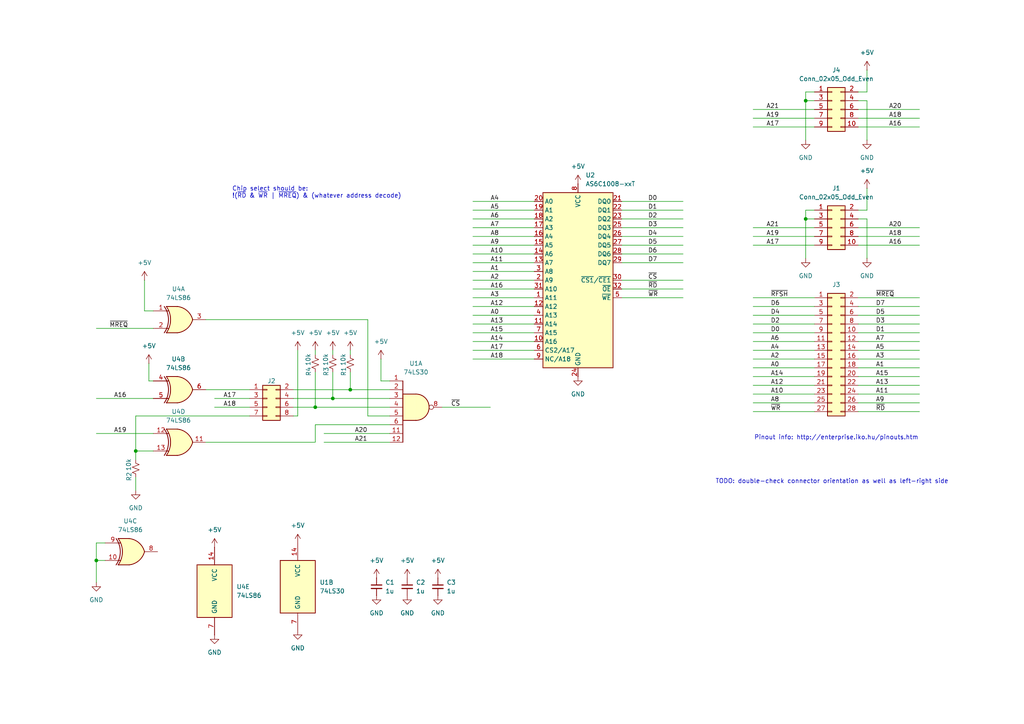
<source format=kicad_sch>
(kicad_sch (version 20231120) (generator "eeschema") (generator_version "8.0")
  (paper "A4")
  (lib_symbols
    (symbol "74xx:74LS30" (pin_names (offset 1.016))
      (property "Reference" "U" (at 0 1.27 0))
      (property "Value" "74LS30" (at 0 -1.27 0))
      (symbol "74LS30_1_1"
        (arc (start 0 -3.81) (mid 3.7934 0) (end 0 3.81) (stroke (width 0.254)) (fill (type background)))
        (polyline (pts (xy -3.81 7.62) (xy -3.81 -10.16)) (stroke (width 0.254)))
        (polyline (pts (xy 0 3.81) (xy -3.81 3.81) (xy -3.81 -3.81) (xy 0 -3.81)) (stroke (width 0.254)) (fill (type background)))
        (pin input line (at -7.62 7.62 0) (length 3.81) (name "~") (number "1"))
        (pin input line (at -7.62 -7.62 0) (length 3.81) (name "~") (number "11"))
        (pin input line (at -7.62 -10.16 0) (length 3.81) (name "~") (number "12"))
        (pin input line (at -7.62 5.08 0) (length 3.81) (name "~") (number "2"))
        (pin input line (at -7.62 2.54 0) (length 3.81) (name "~") (number "3"))
        (pin input line (at -7.62 0 0) (length 3.81) (name "~") (number "4"))
        (pin input line (at -7.62 -2.54 0) (length 3.81) (name "~") (number "5"))
        (pin input line (at -7.62 -5.08 0) (length 3.81) (name "~") (number "6"))
        (pin output inverted (at 7.62 0 180) (length 3.81) (name "~") (number "8"))
      )
      (symbol "74LS30_1_2"
        (arc (start -3.81 -3.81) (mid -2.589 0) (end -3.81 3.81) (stroke (width 0.254)))
        (arc (start -0.6096 -3.81) (mid 2.1842 -2.5851) (end 3.81 0) (stroke (width 0.254)) (fill (type background)))
        (polyline (pts (xy -3.81 -3.81) (xy -3.81 -10.16)) (stroke (width 0.254)))
        (polyline (pts (xy -3.81 -3.81) (xy -0.635 -3.81)) (stroke (width 0.254)) (fill (type background)))
        (polyline (pts (xy -3.81 3.81) (xy -0.635 3.81)) (stroke (width 0.254)) (fill (type background)))
        (polyline (pts (xy -3.81 7.62) (xy -3.81 3.81)) (stroke (width 0.254)))
        (polyline (pts (xy -0.635 3.81) (xy -3.81 3.81) (xy -3.81 3.81) (xy -3.556 3.4036) (xy -3.0226 2.2606) (xy -2.6924 1.0414) (xy -2.6162 -0.254) (xy -2.7686 -1.4986) (xy -3.175 -2.7178) (xy -3.81 -3.81) (xy -3.81 -3.81) (xy -0.635 -3.81)) (stroke (width -25.4)) (fill (type background)))
        (arc (start 3.81 0) (mid 2.1915 2.5936) (end -0.6096 3.81) (stroke (width 0.254)) (fill (type background)))
        (pin input inverted (at -7.62 7.62 0) (length 3.81) (name "~") (number "1"))
        (pin input inverted (at -7.62 -7.62 0) (length 3.81) (name "~") (number "11"))
        (pin input inverted (at -7.62 -10.16 0) (length 3.81) (name "~") (number "12"))
        (pin input inverted (at -7.62 5.08 0) (length 3.81) (name "~") (number "2"))
        (pin input inverted (at -7.62 2.54 0) (length 4.5466) (name "~") (number "3"))
        (pin input inverted (at -7.62 0 0) (length 5.08) (name "~") (number "4"))
        (pin input inverted (at -7.62 -2.54 0) (length 4.5466) (name "~") (number "5"))
        (pin input inverted (at -7.62 -5.08 0) (length 3.81) (name "~") (number "6"))
        (pin output line (at 7.62 0 180) (length 3.81) (name "~") (number "8"))
      )
      (symbol "74LS30_2_0"
        (pin power_in line (at 0 12.7 270) (length 5.08) (name "VCC") (number "14"))
        (pin power_in line (at 0 -12.7 90) (length 5.08) (name "GND") (number "7"))
      )
      (symbol "74LS30_2_1"
        (rectangle (start -5.08 7.62) (end 5.08 -7.62) (stroke (width 0.254)) (fill (type background)))
      )
    )
    (symbol "74xx:74LS86" (pin_names (offset 1.016))
      (property "Reference" "U" (at 0 1.27 0))
      (property "Value" "74LS86" (at 0 -1.27 0))
      (symbol "74LS86_1_0"
        (arc (start -4.4196 -3.81) (mid -3.2033 0) (end -4.4196 3.81) (stroke (width 0.254)))
        (arc (start -3.81 -3.81) (mid -2.589 0) (end -3.81 3.81) (stroke (width 0.254)))
        (arc (start -0.6096 -3.81) (mid 2.1842 -2.5851) (end 3.81 0) (stroke (width 0.254)) (fill (type background)))
        (polyline (pts (xy -3.81 -3.81) (xy -0.635 -3.81)) (stroke (width 0.254)) (fill (type background)))
        (polyline (pts (xy -3.81 3.81) (xy -0.635 3.81)) (stroke (width 0.254)) (fill (type background)))
        (polyline (pts (xy -0.635 3.81) (xy -3.81 3.81) (xy -3.81 3.81) (xy -3.556 3.4036) (xy -3.0226 2.2606) (xy -2.6924 1.0414) (xy -2.6162 -0.254) (xy -2.7686 -1.4986) (xy -3.175 -2.7178) (xy -3.81 -3.81) (xy -3.81 -3.81) (xy -0.635 -3.81)) (stroke (width -25.4)) (fill (type background)))
        (arc (start 3.81 0) (mid 2.1915 2.5936) (end -0.6096 3.81) (stroke (width 0.254)) (fill (type background)))
        (pin input line (at -7.62 2.54 0) (length 4.445) (name "~") (number "1"))
        (pin input line (at -7.62 -2.54 0) (length 4.445) (name "~") (number "2"))
        (pin output line (at 7.62 0 180) (length 3.81) (name "~") (number "3"))
      )
      (symbol "74LS86_1_1"
        (polyline (pts (xy -3.81 -2.54) (xy -3.175 -2.54)) (stroke (width 0.1524)))
        (polyline (pts (xy -3.81 2.54) (xy -3.175 2.54)) (stroke (width 0.1524)))
      )
      (symbol "74LS86_2_0"
        (arc (start -4.4196 -3.81) (mid -3.2033 0) (end -4.4196 3.81) (stroke (width 0.254)))
        (arc (start -3.81 -3.81) (mid -2.589 0) (end -3.81 3.81) (stroke (width 0.254)))
        (arc (start -0.6096 -3.81) (mid 2.1842 -2.5851) (end 3.81 0) (stroke (width 0.254)) (fill (type background)))
        (polyline (pts (xy -3.81 -3.81) (xy -0.635 -3.81)) (stroke (width 0.254)) (fill (type background)))
        (polyline (pts (xy -3.81 3.81) (xy -0.635 3.81)) (stroke (width 0.254)) (fill (type background)))
        (polyline (pts (xy -0.635 3.81) (xy -3.81 3.81) (xy -3.81 3.81) (xy -3.556 3.4036) (xy -3.0226 2.2606) (xy -2.6924 1.0414) (xy -2.6162 -0.254) (xy -2.7686 -1.4986) (xy -3.175 -2.7178) (xy -3.81 -3.81) (xy -3.81 -3.81) (xy -0.635 -3.81)) (stroke (width -25.4)) (fill (type background)))
        (arc (start 3.81 0) (mid 2.1915 2.5936) (end -0.6096 3.81) (stroke (width 0.254)) (fill (type background)))
        (pin input line (at -7.62 2.54 0) (length 4.445) (name "~") (number "4"))
        (pin input line (at -7.62 -2.54 0) (length 4.445) (name "~") (number "5"))
        (pin output line (at 7.62 0 180) (length 3.81) (name "~") (number "6"))
      )
      (symbol "74LS86_2_1"
        (polyline (pts (xy -3.81 -2.54) (xy -3.175 -2.54)) (stroke (width 0.1524)))
        (polyline (pts (xy -3.81 2.54) (xy -3.175 2.54)) (stroke (width 0.1524)))
      )
      (symbol "74LS86_3_0"
        (arc (start -4.4196 -3.81) (mid -3.2033 0) (end -4.4196 3.81) (stroke (width 0.254)))
        (arc (start -3.81 -3.81) (mid -2.589 0) (end -3.81 3.81) (stroke (width 0.254)))
        (arc (start -0.6096 -3.81) (mid 2.1842 -2.5851) (end 3.81 0) (stroke (width 0.254)) (fill (type background)))
        (polyline (pts (xy -3.81 -3.81) (xy -0.635 -3.81)) (stroke (width 0.254)) (fill (type background)))
        (polyline (pts (xy -3.81 3.81) (xy -0.635 3.81)) (stroke (width 0.254)) (fill (type background)))
        (polyline (pts (xy -0.635 3.81) (xy -3.81 3.81) (xy -3.81 3.81) (xy -3.556 3.4036) (xy -3.0226 2.2606) (xy -2.6924 1.0414) (xy -2.6162 -0.254) (xy -2.7686 -1.4986) (xy -3.175 -2.7178) (xy -3.81 -3.81) (xy -3.81 -3.81) (xy -0.635 -3.81)) (stroke (width -25.4)) (fill (type background)))
        (arc (start 3.81 0) (mid 2.1915 2.5936) (end -0.6096 3.81) (stroke (width 0.254)) (fill (type background)))
        (pin input line (at -7.62 -2.54 0) (length 4.445) (name "~") (number "10"))
        (pin output line (at 7.62 0 180) (length 3.81) (name "~") (number "8"))
        (pin input line (at -7.62 2.54 0) (length 4.445) (name "~") (number "9"))
      )
      (symbol "74LS86_3_1"
        (polyline (pts (xy -3.81 -2.54) (xy -3.175 -2.54)) (stroke (width 0.1524)))
        (polyline (pts (xy -3.81 2.54) (xy -3.175 2.54)) (stroke (width 0.1524)))
      )
      (symbol "74LS86_4_0"
        (arc (start -4.4196 -3.81) (mid -3.2033 0) (end -4.4196 3.81) (stroke (width 0.254)))
        (arc (start -3.81 -3.81) (mid -2.589 0) (end -3.81 3.81) (stroke (width 0.254)))
        (arc (start -0.6096 -3.81) (mid 2.1842 -2.5851) (end 3.81 0) (stroke (width 0.254)) (fill (type background)))
        (polyline (pts (xy -3.81 -3.81) (xy -0.635 -3.81)) (stroke (width 0.254)) (fill (type background)))
        (polyline (pts (xy -3.81 3.81) (xy -0.635 3.81)) (stroke (width 0.254)) (fill (type background)))
        (polyline (pts (xy -0.635 3.81) (xy -3.81 3.81) (xy -3.81 3.81) (xy -3.556 3.4036) (xy -3.0226 2.2606) (xy -2.6924 1.0414) (xy -2.6162 -0.254) (xy -2.7686 -1.4986) (xy -3.175 -2.7178) (xy -3.81 -3.81) (xy -3.81 -3.81) (xy -0.635 -3.81)) (stroke (width -25.4)) (fill (type background)))
        (arc (start 3.81 0) (mid 2.1915 2.5936) (end -0.6096 3.81) (stroke (width 0.254)) (fill (type background)))
        (pin output line (at 7.62 0 180) (length 3.81) (name "~") (number "11"))
        (pin input line (at -7.62 2.54 0) (length 4.445) (name "~") (number "12"))
        (pin input line (at -7.62 -2.54 0) (length 4.445) (name "~") (number "13"))
      )
      (symbol "74LS86_4_1"
        (polyline (pts (xy -3.81 -2.54) (xy -3.175 -2.54)) (stroke (width 0.1524)))
        (polyline (pts (xy -3.81 2.54) (xy -3.175 2.54)) (stroke (width 0.1524)))
      )
      (symbol "74LS86_5_0"
        (pin power_in line (at 0 12.7 270) (length 5.08) (name "VCC") (number "14"))
        (pin power_in line (at 0 -12.7 90) (length 5.08) (name "GND") (number "7"))
      )
      (symbol "74LS86_5_1"
        (rectangle (start -5.08 7.62) (end 5.08 -7.62) (stroke (width 0.254)) (fill (type background)))
      )
    )
    (symbol "Connector_Generic:Conn_02x04_Odd_Even" (pin_names (offset 1.016) hide)
      (property "Reference" "J" (at 1.27 5.08 0))
      (property "Value" "Conn_02x04_Odd_Even" (at 1.27 -7.62 0))
      (symbol "Conn_02x04_Odd_Even_1_1"
        (rectangle (start -1.27 -4.953) (end 0 -5.207) (stroke (width 0.1524)))
        (rectangle (start -1.27 -2.413) (end 0 -2.667) (stroke (width 0.1524)))
        (rectangle (start -1.27 0.127) (end 0 -0.127) (stroke (width 0.1524)))
        (rectangle (start -1.27 2.667) (end 0 2.413) (stroke (width 0.1524)))
        (rectangle (start -1.27 3.81) (end 3.81 -6.35) (stroke (width 0.254)) (fill (type background)))
        (rectangle (start 3.81 -4.953) (end 2.54 -5.207) (stroke (width 0.1524)))
        (rectangle (start 3.81 -2.413) (end 2.54 -2.667) (stroke (width 0.1524)))
        (rectangle (start 3.81 0.127) (end 2.54 -0.127) (stroke (width 0.1524)))
        (rectangle (start 3.81 2.667) (end 2.54 2.413) (stroke (width 0.1524)))
        (pin passive line (at -5.08 2.54 0) (length 3.81) (name "Pin_1") (number "1"))
        (pin passive line (at 7.62 2.54 180) (length 3.81) (name "Pin_2") (number "2"))
        (pin passive line (at -5.08 0 0) (length 3.81) (name "Pin_3") (number "3"))
        (pin passive line (at 7.62 0 180) (length 3.81) (name "Pin_4") (number "4"))
        (pin passive line (at -5.08 -2.54 0) (length 3.81) (name "Pin_5") (number "5"))
        (pin passive line (at 7.62 -2.54 180) (length 3.81) (name "Pin_6") (number "6"))
        (pin passive line (at -5.08 -5.08 0) (length 3.81) (name "Pin_7") (number "7"))
        (pin passive line (at 7.62 -5.08 180) (length 3.81) (name "Pin_8") (number "8"))
      )
    )
    (symbol "Connector_Generic:Conn_02x05_Odd_Even" (pin_names (offset 1.016) hide)
      (property "Reference" "J" (at 1.27 7.62 0))
      (property "Value" "Conn_02x05_Odd_Even" (at 1.27 -7.62 0))
      (symbol "Conn_02x05_Odd_Even_1_1"
        (rectangle (start -1.27 -4.953) (end 0 -5.207) (stroke (width 0.1524)))
        (rectangle (start -1.27 -2.413) (end 0 -2.667) (stroke (width 0.1524)))
        (rectangle (start -1.27 0.127) (end 0 -0.127) (stroke (width 0.1524)))
        (rectangle (start -1.27 2.667) (end 0 2.413) (stroke (width 0.1524)))
        (rectangle (start -1.27 5.207) (end 0 4.953) (stroke (width 0.1524)))
        (rectangle (start -1.27 6.35) (end 3.81 -6.35) (stroke (width 0.254)) (fill (type background)))
        (rectangle (start 3.81 -4.953) (end 2.54 -5.207) (stroke (width 0.1524)))
        (rectangle (start 3.81 -2.413) (end 2.54 -2.667) (stroke (width 0.1524)))
        (rectangle (start 3.81 0.127) (end 2.54 -0.127) (stroke (width 0.1524)))
        (rectangle (start 3.81 2.667) (end 2.54 2.413) (stroke (width 0.1524)))
        (rectangle (start 3.81 5.207) (end 2.54 4.953) (stroke (width 0.1524)))
        (pin passive line (at -5.08 5.08 0) (length 3.81) (name "Pin_1") (number "1"))
        (pin passive line (at 7.62 -5.08 180) (length 3.81) (name "Pin_10") (number "10"))
        (pin passive line (at 7.62 5.08 180) (length 3.81) (name "Pin_2") (number "2"))
        (pin passive line (at -5.08 2.54 0) (length 3.81) (name "Pin_3") (number "3"))
        (pin passive line (at 7.62 2.54 180) (length 3.81) (name "Pin_4") (number "4"))
        (pin passive line (at -5.08 0 0) (length 3.81) (name "Pin_5") (number "5"))
        (pin passive line (at 7.62 0 180) (length 3.81) (name "Pin_6") (number "6"))
        (pin passive line (at -5.08 -2.54 0) (length 3.81) (name "Pin_7") (number "7"))
        (pin passive line (at 7.62 -2.54 180) (length 3.81) (name "Pin_8") (number "8"))
        (pin passive line (at -5.08 -5.08 0) (length 3.81) (name "Pin_9") (number "9"))
      )
    )
    (symbol "Connector_Generic:Conn_02x14_Odd_Even" (pin_names (offset 1.016) hide)
      (property "Reference" "J" (at 1.27 17.78 0))
      (property "Value" "Conn_02x14_Odd_Even" (at 1.27 -20.32 0))
      (symbol "Conn_02x14_Odd_Even_1_1"
        (rectangle (start -1.27 -17.653) (end 0 -17.907) (stroke (width 0.1524)))
        (rectangle (start -1.27 -15.113) (end 0 -15.367) (stroke (width 0.1524)))
        (rectangle (start -1.27 -12.573) (end 0 -12.827) (stroke (width 0.1524)))
        (rectangle (start -1.27 -10.033) (end 0 -10.287) (stroke (width 0.1524)))
        (rectangle (start -1.27 -7.493) (end 0 -7.747) (stroke (width 0.1524)))
        (rectangle (start -1.27 -4.953) (end 0 -5.207) (stroke (width 0.1524)))
        (rectangle (start -1.27 -2.413) (end 0 -2.667) (stroke (width 0.1524)))
        (rectangle (start -1.27 0.127) (end 0 -0.127) (stroke (width 0.1524)))
        (rectangle (start -1.27 2.667) (end 0 2.413) (stroke (width 0.1524)))
        (rectangle (start -1.27 5.207) (end 0 4.953) (stroke (width 0.1524)))
        (rectangle (start -1.27 7.747) (end 0 7.493) (stroke (width 0.1524)))
        (rectangle (start -1.27 10.287) (end 0 10.033) (stroke (width 0.1524)))
        (rectangle (start -1.27 12.827) (end 0 12.573) (stroke (width 0.1524)))
        (rectangle (start -1.27 15.367) (end 0 15.113) (stroke (width 0.1524)))
        (rectangle (start -1.27 16.51) (end 3.81 -19.05) (stroke (width 0.254)) (fill (type background)))
        (rectangle (start 3.81 -17.653) (end 2.54 -17.907) (stroke (width 0.1524)))
        (rectangle (start 3.81 -15.113) (end 2.54 -15.367) (stroke (width 0.1524)))
        (rectangle (start 3.81 -12.573) (end 2.54 -12.827) (stroke (width 0.1524)))
        (rectangle (start 3.81 -10.033) (end 2.54 -10.287) (stroke (width 0.1524)))
        (rectangle (start 3.81 -7.493) (end 2.54 -7.747) (stroke (width 0.1524)))
        (rectangle (start 3.81 -4.953) (end 2.54 -5.207) (stroke (width 0.1524)))
        (rectangle (start 3.81 -2.413) (end 2.54 -2.667) (stroke (width 0.1524)))
        (rectangle (start 3.81 0.127) (end 2.54 -0.127) (stroke (width 0.1524)))
        (rectangle (start 3.81 2.667) (end 2.54 2.413) (stroke (width 0.1524)))
        (rectangle (start 3.81 5.207) (end 2.54 4.953) (stroke (width 0.1524)))
        (rectangle (start 3.81 7.747) (end 2.54 7.493) (stroke (width 0.1524)))
        (rectangle (start 3.81 10.287) (end 2.54 10.033) (stroke (width 0.1524)))
        (rectangle (start 3.81 12.827) (end 2.54 12.573) (stroke (width 0.1524)))
        (rectangle (start 3.81 15.367) (end 2.54 15.113) (stroke (width 0.1524)))
        (pin passive line (at -5.08 15.24 0) (length 3.81) (name "Pin_1") (number "1"))
        (pin passive line (at 7.62 5.08 180) (length 3.81) (name "Pin_10") (number "10"))
        (pin passive line (at -5.08 2.54 0) (length 3.81) (name "Pin_11") (number "11"))
        (pin passive line (at 7.62 2.54 180) (length 3.81) (name "Pin_12") (number "12"))
        (pin passive line (at -5.08 0 0) (length 3.81) (name "Pin_13") (number "13"))
        (pin passive line (at 7.62 0 180) (length 3.81) (name "Pin_14") (number "14"))
        (pin passive line (at -5.08 -2.54 0) (length 3.81) (name "Pin_15") (number "15"))
        (pin passive line (at 7.62 -2.54 180) (length 3.81) (name "Pin_16") (number "16"))
        (pin passive line (at -5.08 -5.08 0) (length 3.81) (name "Pin_17") (number "17"))
        (pin passive line (at 7.62 -5.08 180) (length 3.81) (name "Pin_18") (number "18"))
        (pin passive line (at -5.08 -7.62 0) (length 3.81) (name "Pin_19") (number "19"))
        (pin passive line (at 7.62 15.24 180) (length 3.81) (name "Pin_2") (number "2"))
        (pin passive line (at 7.62 -7.62 180) (length 3.81) (name "Pin_20") (number "20"))
        (pin passive line (at -5.08 -10.16 0) (length 3.81) (name "Pin_21") (number "21"))
        (pin passive line (at 7.62 -10.16 180) (length 3.81) (name "Pin_22") (number "22"))
        (pin passive line (at -5.08 -12.7 0) (length 3.81) (name "Pin_23") (number "23"))
        (pin passive line (at 7.62 -12.7 180) (length 3.81) (name "Pin_24") (number "24"))
        (pin passive line (at -5.08 -15.24 0) (length 3.81) (name "Pin_25") (number "25"))
        (pin passive line (at 7.62 -15.24 180) (length 3.81) (name "Pin_26") (number "26"))
        (pin passive line (at -5.08 -17.78 0) (length 3.81) (name "Pin_27") (number "27"))
        (pin passive line (at 7.62 -17.78 180) (length 3.81) (name "Pin_28") (number "28"))
        (pin passive line (at -5.08 12.7 0) (length 3.81) (name "Pin_3") (number "3"))
        (pin passive line (at 7.62 12.7 180) (length 3.81) (name "Pin_4") (number "4"))
        (pin passive line (at -5.08 10.16 0) (length 3.81) (name "Pin_5") (number "5"))
        (pin passive line (at 7.62 10.16 180) (length 3.81) (name "Pin_6") (number "6"))
        (pin passive line (at -5.08 7.62 0) (length 3.81) (name "Pin_7") (number "7"))
        (pin passive line (at 7.62 7.62 180) (length 3.81) (name "Pin_8") (number "8"))
        (pin passive line (at -5.08 5.08 0) (length 3.81) (name "Pin_9") (number "9"))
      )
    )
    (symbol "Device:C_Small" (pin_numbers hide) (pin_names (offset 0.254) hide)
      (property "Reference" "C" (at 0.254 1.778 0))
      (property "Value" "C_Small" (at 0.254 -2.032 0))
      (symbol "C_Small_0_1"
        (polyline (pts (xy -1.524 -0.508) (xy 1.524 -0.508)) (stroke (width 0.3302)))
        (polyline (pts (xy -1.524 0.508) (xy 1.524 0.508)) (stroke (width 0.3048)))
      )
      (symbol "C_Small_1_1"
        (pin passive line (at 0 2.54 270) (length 2.032) (name "~") (number "1"))
        (pin passive line (at 0 -2.54 90) (length 2.032) (name "~") (number "2"))
      )
    )
    (symbol "Device:R_Small_US" (pin_numbers hide) (pin_names (offset 0.254) hide)
      (property "Reference" "R" (at 0.762 0.508 0))
      (property "Value" "R_Small_US" (at 0.762 -1.016 0))
      (symbol "R_Small_US_1_1"
        (polyline (pts (xy 0 0) (xy 1.016 -0.381) (xy 0 -0.762) (xy -1.016 -1.143) (xy 0 -1.524)))
        (polyline (pts (xy 0 1.524) (xy 1.016 1.143) (xy 0 0.762) (xy -1.016 0.381) (xy 0 0)))
        (pin passive line (at 0 2.54 270) (length 1.016) (name "~") (number "1"))
        (pin passive line (at 0 -2.54 90) (length 1.016) (name "~") (number "2"))
      )
    )
    (symbol "mem_ext_board:AS6C4008-xxT"
      (property "Reference" "U" (at -10.16 26.035 0))
      (property "Value" "AS6C4008-xxT" (at 2.54 26.035 0))
      (symbol "AS6C4008-xxT_0_0"
        (pin power_in line (at 0 -27.94 90) (length 2.54) (name "GND") (number "24"))
        (pin power_in line (at 0 27.94 270) (length 2.54) (name "VCC") (number "8"))
      )
      (symbol "AS6C4008-xxT_0_1"
        (rectangle (start -10.16 25.4) (end 10.16 -25.4) (stroke (width 0.254)) (fill (type background)))
      )
      (symbol "AS6C4008-xxT_1_1"
        (pin input line (at -12.7 -5.08 0) (length 2.54) (name "A11") (number "1"))
        (pin input line (at -12.7 -17.78 0) (length 2.54) (name "A16") (number "10"))
        (pin input line (at -12.7 -12.7 0) (length 2.54) (name "A14") (number "11"))
        (pin input line (at -12.7 -7.62 0) (length 2.54) (name "A12") (number "12"))
        (pin input line (at -12.7 5.08 0) (length 2.54) (name "A7") (number "13"))
        (pin input line (at -12.7 7.62 0) (length 2.54) (name "A6") (number "14"))
        (pin input line (at -12.7 10.16 0) (length 2.54) (name "A5") (number "15"))
        (pin input line (at -12.7 12.7 0) (length 2.54) (name "A4") (number "16"))
        (pin input line (at -12.7 15.24 0) (length 2.54) (name "A3") (number "17"))
        (pin input line (at -12.7 17.78 0) (length 2.54) (name "A2") (number "18"))
        (pin input line (at -12.7 20.32 0) (length 2.54) (name "A1") (number "19"))
        (pin input line (at -12.7 0 0) (length 2.54) (name "A9") (number "2"))
        (pin input line (at -12.7 22.86 0) (length 2.54) (name "A0") (number "20"))
        (pin tri_state line (at 12.7 22.86 180) (length 2.54) (name "DQ0") (number "21"))
        (pin tri_state line (at 12.7 20.32 180) (length 2.54) (name "DQ1") (number "22"))
        (pin tri_state line (at 12.7 17.78 180) (length 2.54) (name "DQ2") (number "23"))
        (pin tri_state line (at 12.7 15.24 180) (length 2.54) (name "DQ3") (number "25"))
        (pin tri_state line (at 12.7 12.7 180) (length 2.54) (name "DQ4") (number "26"))
        (pin tri_state line (at 12.7 10.16 180) (length 2.54) (name "DQ5") (number "27"))
        (pin tri_state line (at 12.7 7.62 180) (length 2.54) (name "DQ6") (number "28"))
        (pin tri_state line (at 12.7 5.08 180) (length 2.54) (name "DQ7") (number "29"))
        (pin input line (at -12.7 2.54 0) (length 2.54) (name "A8") (number "3"))
        (pin input line (at 12.7 0 180) (length 2.54) (name "~{CS1}/~{CE1}") (number "30"))
        (pin input line (at -12.7 -2.54 0) (length 2.54) (name "A10") (number "31"))
        (pin input line (at 12.7 -2.54 180) (length 2.54) (name "~{OE}") (number "32"))
        (pin input line (at -12.7 -10.16 0) (length 2.54) (name "A13") (number "4"))
        (pin input line (at 12.7 -5.08 180) (length 2.54) (name "~{WE}") (number "5"))
        (pin input line (at -12.7 -20.32 0) (length 2.54) (name "CS2/A17") (number "6"))
        (pin input line (at -12.7 -15.24 0) (length 2.54) (name "A15") (number "7"))
        (pin input line (at -12.7 -22.86 0) (length 2.54) (name "NC/A18") (number "9"))
      )
    )
    (symbol "power:+5V" (power) (pin_numbers hide) (pin_names (offset 0) hide)
      (property "Value" "+5V" (at 0 3.556 0))
      (symbol "+5V_0_1"
        (polyline (pts (xy -0.762 1.27) (xy 0 2.54)))
        (polyline (pts (xy 0 0) (xy 0 2.54)))
        (polyline (pts (xy 0 2.54) (xy 0.762 1.27)))
      )
      (symbol "+5V_1_1"
        (pin power_in line (at 0 0 90) (length 0) (name "~") (number "1"))
      )
    )
    (symbol "power:GND" (power) (pin_numbers hide) (pin_names (offset 0) hide)
      (property "Value" "GND" (at 0 -3.81 0))
      (symbol "GND_0_1"
        (polyline (pts (xy 0 0) (xy 0 -1.27) (xy 1.27 -1.27) (xy 0 -2.54) (xy -1.27 -1.27) (xy 0 -1.27)))
      )
      (symbol "GND_1_1"
        (pin power_in line (at 0 0 270) (length 0) (name "~") (number "1"))
      )
    )
  )
  (junction (at 96.52 115.57))
  (junction (at 91.44 118.11))
  (junction (at 101.6 113.03))
  (junction (at 27.94 162.56))
  (junction (at 233.68 29.21))
  (junction (at 39.37 130.81))
  (junction (at 233.68 63.5))
  (wire (pts (xy 248.92 36.83) (xy 266.7 36.83)))
  (wire (pts (xy 180.34 76.2) (xy 198.12 76.2)))
  (wire (pts (xy 218.44 104.14) (xy 236.22 104.14)))
  (wire (pts (xy 85.09 113.03) (xy 101.6 113.03)))
  (wire (pts (xy 251.46 20.32) (xy 251.46 26.67)))
  (wire (pts (xy 128.27 118.11) (xy 142.24 118.11)))
  (wire (pts (xy 251.46 29.21) (xy 251.46 40.64)))
  (wire (pts (xy 233.68 29.21) (xy 236.22 29.21)))
  (wire (pts (xy 110.49 110.49) (xy 113.03 110.49)))
  (wire (pts (xy 137.16 91.44) (xy 154.94 91.44)))
  (wire (pts (xy 218.44 34.29) (xy 236.22 34.29)))
  (wire (pts (xy 218.44 99.06) (xy 236.22 99.06)))
  (wire (pts (xy 137.16 96.52) (xy 154.94 96.52)))
  (wire (pts (xy 218.44 114.3) (xy 236.22 114.3)))
  (wire (pts (xy 39.37 120.65) (xy 39.37 130.81)))
  (wire (pts (xy 248.92 116.84) (xy 266.7 116.84)))
  (wire (pts (xy 180.34 73.66) (xy 198.12 73.66)))
  (wire (pts (xy 137.16 93.98) (xy 154.94 93.98)))
  (wire (pts (xy 218.44 116.84) (xy 236.22 116.84)))
  (wire (pts (xy 96.52 101.6) (xy 96.52 102.87)))
  (wire (pts (xy 137.16 76.2) (xy 154.94 76.2)))
  (wire (pts (xy 218.44 111.76) (xy 236.22 111.76)))
  (wire (pts (xy 218.44 71.12) (xy 236.22 71.12)))
  (wire (pts (xy 137.16 101.6) (xy 154.94 101.6)))
  (wire (pts (xy 59.69 113.03) (xy 72.39 113.03)))
  (wire (pts (xy 27.94 157.48) (xy 27.94 162.56)))
  (wire (pts (xy 248.92 119.38) (xy 266.7 119.38)))
  (wire (pts (xy 96.52 107.95) (xy 96.52 115.57)))
  (wire (pts (xy 91.44 123.19) (xy 91.44 128.27)))
  (wire (pts (xy 248.92 88.9) (xy 266.7 88.9)))
  (wire (pts (xy 59.69 92.71) (xy 106.68 92.71)))
  (wire (pts (xy 27.94 162.56) (xy 27.94 168.91)))
  (wire (pts (xy 85.09 118.11) (xy 91.44 118.11)))
  (wire (pts (xy 39.37 130.81) (xy 44.45 130.81)))
  (wire (pts (xy 137.16 99.06) (xy 154.94 99.06)))
  (wire (pts (xy 137.16 60.96) (xy 154.94 60.96)))
  (wire (pts (xy 86.36 101.6) (xy 86.36 120.65)))
  (wire (pts (xy 218.44 31.75) (xy 236.22 31.75)))
  (wire (pts (xy 251.46 63.5) (xy 251.46 74.93)))
  (wire (pts (xy 233.68 63.5) (xy 236.22 63.5)))
  (wire (pts (xy 27.94 125.73) (xy 44.45 125.73)))
  (wire (pts (xy 137.16 88.9) (xy 154.94 88.9)))
  (wire (pts (xy 248.92 104.14) (xy 266.7 104.14)))
  (wire (pts (xy 180.34 71.12) (xy 198.12 71.12)))
  (wire (pts (xy 39.37 120.65) (xy 72.39 120.65)))
  (wire (pts (xy 27.94 162.56) (xy 30.48 162.56)))
  (wire (pts (xy 137.16 71.12) (xy 154.94 71.12)))
  (wire (pts (xy 110.49 104.14) (xy 110.49 110.49)))
  (wire (pts (xy 218.44 96.52) (xy 236.22 96.52)))
  (wire (pts (xy 43.18 105.41) (xy 43.18 110.49)))
  (wire (pts (xy 27.94 115.57) (xy 44.45 115.57)))
  (wire (pts (xy 248.92 34.29) (xy 266.7 34.29)))
  (wire (pts (xy 137.16 66.04) (xy 154.94 66.04)))
  (wire (pts (xy 137.16 81.28) (xy 154.94 81.28)))
  (wire (pts (xy 180.34 60.96) (xy 198.12 60.96)))
  (wire (pts (xy 248.92 26.67) (xy 251.46 26.67)))
  (wire (pts (xy 180.34 66.04) (xy 198.12 66.04)))
  (wire (pts (xy 248.92 99.06) (xy 266.7 99.06)))
  (wire (pts (xy 248.92 63.5) (xy 251.46 63.5)))
  (wire (pts (xy 251.46 54.61) (xy 251.46 60.96)))
  (wire (pts (xy 248.92 91.44) (xy 266.7 91.44)))
  (wire (pts (xy 39.37 138.43) (xy 39.37 142.24)))
  (wire (pts (xy 180.34 68.58) (xy 198.12 68.58)))
  (wire (pts (xy 101.6 101.6) (xy 101.6 102.87)))
  (wire (pts (xy 91.44 123.19) (xy 113.03 123.19)))
  (wire (pts (xy 248.92 106.68) (xy 266.7 106.68)))
  (wire (pts (xy 137.16 83.82) (xy 154.94 83.82)))
  (wire (pts (xy 248.92 96.52) (xy 266.7 96.52)))
  (wire (pts (xy 218.44 68.58) (xy 236.22 68.58)))
  (wire (pts (xy 218.44 106.68) (xy 236.22 106.68)))
  (wire (pts (xy 180.34 86.36) (xy 198.12 86.36)))
  (wire (pts (xy 27.94 95.25) (xy 44.45 95.25)))
  (wire (pts (xy 218.44 93.98) (xy 236.22 93.98)))
  (wire (pts (xy 30.48 157.48) (xy 27.94 157.48)))
  (wire (pts (xy 233.68 60.96) (xy 233.68 63.5)))
  (wire (pts (xy 41.91 81.28) (xy 41.91 90.17)))
  (wire (pts (xy 248.92 66.04) (xy 266.7 66.04)))
  (wire (pts (xy 218.44 66.04) (xy 236.22 66.04)))
  (wire (pts (xy 137.16 63.5) (xy 154.94 63.5)))
  (wire (pts (xy 218.44 88.9) (xy 236.22 88.9)))
  (wire (pts (xy 233.68 26.67) (xy 236.22 26.67)))
  (wire (pts (xy 137.16 68.58) (xy 154.94 68.58)))
  (wire (pts (xy 248.92 109.22) (xy 266.7 109.22)))
  (wire (pts (xy 93.98 125.73) (xy 113.03 125.73)))
  (wire (pts (xy 59.69 128.27) (xy 91.44 128.27)))
  (wire (pts (xy 96.52 115.57) (xy 113.03 115.57)))
  (wire (pts (xy 91.44 101.6) (xy 91.44 102.87)))
  (wire (pts (xy 85.09 115.57) (xy 96.52 115.57)))
  (wire (pts (xy 137.16 58.42) (xy 154.94 58.42)))
  (wire (pts (xy 62.23 115.57) (xy 72.39 115.57)))
  (wire (pts (xy 101.6 113.03) (xy 113.03 113.03)))
  (wire (pts (xy 248.92 60.96) (xy 251.46 60.96)))
  (wire (pts (xy 137.16 73.66) (xy 154.94 73.66)))
  (wire (pts (xy 180.34 58.42) (xy 198.12 58.42)))
  (wire (pts (xy 248.92 93.98) (xy 266.7 93.98)))
  (wire (pts (xy 248.92 31.75) (xy 266.7 31.75)))
  (wire (pts (xy 248.92 29.21) (xy 251.46 29.21)))
  (wire (pts (xy 248.92 68.58) (xy 266.7 68.58)))
  (wire (pts (xy 233.68 60.96) (xy 236.22 60.96)))
  (wire (pts (xy 137.16 78.74) (xy 154.94 78.74)))
  (wire (pts (xy 39.37 130.81) (xy 39.37 133.35)))
  (wire (pts (xy 62.23 118.11) (xy 72.39 118.11)))
  (wire (pts (xy 248.92 111.76) (xy 266.7 111.76)))
  (wire (pts (xy 218.44 91.44) (xy 236.22 91.44)))
  (wire (pts (xy 248.92 71.12) (xy 266.7 71.12)))
  (wire (pts (xy 218.44 119.38) (xy 236.22 119.38)))
  (wire (pts (xy 180.34 83.82) (xy 198.12 83.82)))
  (wire (pts (xy 101.6 107.95) (xy 101.6 113.03)))
  (wire (pts (xy 218.44 109.22) (xy 236.22 109.22)))
  (wire (pts (xy 106.68 120.65) (xy 113.03 120.65)))
  (wire (pts (xy 248.92 86.36) (xy 266.7 86.36)))
  (wire (pts (xy 106.68 92.71) (xy 106.68 120.65)))
  (wire (pts (xy 218.44 86.36) (xy 236.22 86.36)))
  (wire (pts (xy 218.44 101.6) (xy 236.22 101.6)))
  (wire (pts (xy 44.45 90.17) (xy 41.91 90.17)))
  (wire (pts (xy 44.45 110.49) (xy 43.18 110.49)))
  (wire (pts (xy 248.92 101.6) (xy 266.7 101.6)))
  (wire (pts (xy 233.68 29.21) (xy 233.68 40.64)))
  (wire (pts (xy 180.34 63.5) (xy 198.12 63.5)))
  (wire (pts (xy 85.09 120.65) (xy 86.36 120.65)))
  (wire (pts (xy 233.68 26.67) (xy 233.68 29.21)))
  (wire (pts (xy 180.34 81.28) (xy 198.12 81.28)))
  (wire (pts (xy 137.16 86.36) (xy 154.94 86.36)))
  (wire (pts (xy 137.16 104.14) (xy 154.94 104.14)))
  (wire (pts (xy 233.68 63.5) (xy 233.68 74.93)))
  (wire (pts (xy 248.92 114.3) (xy 266.7 114.3)))
  (wire (pts (xy 91.44 107.95) (xy 91.44 118.11)))
  (wire (pts (xy 218.44 36.83) (xy 236.22 36.83)))
  (wire (pts (xy 91.44 118.11) (xy 113.03 118.11)))
  (wire (pts (xy 93.98 128.27) (xy 113.03 128.27)))
  (text "TODO: double-check connector orientation as well as left-right side" (at 241.3 139.7 0) (effects (font (size 1.27 1.27))))
  (text "Pinout info: http://enterprise.iko.hu/pinouts.htm" (at 242.57 127 0) (effects (font (size 1.27 1.27))))
  (text "Chip select should be:\n!(~{RD} & ~{WR} | ~{MREQ}) & (whatever address decode)" (at 67.31 55.88 0) (effects (font (size 1.27 1.27)) (justify left)))
  (label "A3" (at 254 104.14 0))
  (label "D3" (at 187.96 66.04 0))
  (label "A21" (at 222.25 31.75 0))
  (label "D0" (at 223.52 96.52 0))
  (label "A13" (at 142.24 93.98 0))
  (label "A20" (at 102.87 125.73 0))
  (label "A0" (at 223.52 106.68 0))
  (label "A21" (at 222.25 66.04 0))
  (label "A6" (at 142.24 63.5 0))
  (label "D7" (at 254 88.9 0))
  (label "A16" (at 142.24 83.82 0))
  (label "A4" (at 142.24 58.42 0))
  (label "A17" (at 142.24 101.6 0))
  (label "A9" (at 254 116.84 0))
  (label "A18" (at 142.24 104.14 0))
  (label "A17" (at 222.25 36.83 0))
  (label "D2" (at 187.96 63.5 0))
  (label "A10" (at 142.24 73.66 0))
  (label "A5" (at 142.24 60.96 0))
  (label "A20" (at 257.81 66.04 0))
  (label "A20" (at 257.81 31.75 0))
  (label "A14" (at 142.24 99.06 0))
  (label "~{RFSH}" (at 223.52 86.36 0))
  (label "A1" (at 254 106.68 0))
  (label "A2" (at 142.24 81.28 0))
  (label "D3" (at 254 93.98 0))
  (label "A19" (at 222.25 68.58 0))
  (label "A3" (at 142.24 86.36 0))
  (label "A6" (at 223.52 99.06 0))
  (label "D2" (at 223.52 93.98 0))
  (label "A11" (at 254 114.3 0))
  (label "A7" (at 142.24 66.04 0))
  (label "~{RD}" (at 254 119.38 0))
  (label "A4" (at 223.52 101.6 0))
  (label "A9" (at 142.24 71.12 0))
  (label "D1" (at 254 96.52 0))
  (label "~{MREQ}" (at 31.75 95.25 0))
  (label "A18" (at 257.81 68.58 0))
  (label "~{CS}" (at 187.96 81.28 0))
  (label "A16" (at 257.81 36.83 0))
  (label "~{WR}" (at 187.96 86.36 0))
  (label "D0" (at 187.96 58.42 0))
  (label "A7" (at 254 99.06 0))
  (label "A5" (at 254 101.6 0))
  (label "A1" (at 142.24 78.74 0))
  (label "A16" (at 33.02 115.57 0))
  (label "A17" (at 222.25 71.12 0))
  (label "A19" (at 33.02 125.73 0))
  (label "A10" (at 223.52 114.3 0))
  (label "~{MREQ}" (at 254 86.36 0))
  (label "A18" (at 64.77 118.11 0))
  (label "A8" (at 223.52 116.84 0))
  (label "~{WR}" (at 223.52 119.38 0))
  (label "~{CS}" (at 130.81 118.11 0))
  (label "~{RD}" (at 187.96 83.82 0))
  (label "A12" (at 223.52 111.76 0))
  (label "A2" (at 223.52 104.14 0))
  (label "A21" (at 102.87 128.27 0))
  (label "A11" (at 142.24 76.2 0))
  (label "A16" (at 257.81 71.12 0))
  (label "A8" (at 142.24 68.58 0))
  (label "A15" (at 142.24 96.52 0))
  (label "A0" (at 142.24 91.44 0))
  (label "A18" (at 257.81 34.29 0))
  (label "D1" (at 187.96 60.96 0))
  (label "A14" (at 223.52 109.22 0))
  (label "D5" (at 187.96 71.12 0))
  (label "D5" (at 254 91.44 0))
  (label "D6" (at 223.52 88.9 0))
  (label "A17" (at 64.77 115.57 0))
  (label "D4" (at 187.96 68.58 0))
  (label "A19" (at 222.25 34.29 0))
  (label "A15" (at 254 109.22 0))
  (label "A13" (at 254 111.76 0))
  (label "D7" (at 187.96 76.2 0))
  (label "D6" (at 187.96 73.66 0))
  (label "A12" (at 142.24 88.9 0))
  (label "D4" (at 223.52 91.44 0))
  (symbol (lib_id "Connector_Generic:Conn_02x14_Odd_Even") (at 241.3 101.6 0) (unit 1)
    (property "Reference" "J3" (at 242.57 82.55 0))
    (property "Value" "Conn_02x16_Row_Letter_First" (effects (hide yes)))
    (property "Footprint" "Connector_PinSocket_2.54mm:PinSocket_2x14_P2.54mm_Vertical" (effects (hide yes)))
    (property "Description" "Generic connector, double row, 02x14, odd/even pin numbering scheme (row 1 odd numbers, row 2 even numbers), script generated (kicad-library-utils/schlib/autogen/connector/)" (effects (hide yes)))
  )
  (symbol (lib_id "power:GND") (at 118.11 172.72 0) (unit 1)
    (property "Reference" "#PWR018" (effects (hide yes)))
    (property "Value" "GND" (at 118.11 177.8 0))
    (property "Description" "Power symbol creates a global label with name \"GND\" , ground" (effects (hide yes)))
  )
  (symbol (lib_id "power:GND") (at 39.37 142.24 0) (unit 1)
    (property "Reference" "#PWR012" (effects (hide yes)))
    (property "Value" "GND" (at 39.37 147.32 0))
    (property "Description" "Power symbol creates a global label with name \"GND\" , ground" (effects (hide yes)))
  )
  (symbol (lib_id "power:+5V") (at 110.49 104.14 0) (unit 1)
    (property "Reference" "#PWR06" (effects (hide yes)))
    (property "Value" "+5V" (at 110.49 99.06 0))
    (property "Description" "Power symbol creates a global label with name \"+5V\"" (effects (hide yes)))
  )
  (symbol (lib_id "Connector_Generic:Conn_02x04_Odd_Even") (at 77.47 115.57 0) (unit 1)
    (property "Reference" "J2" (at 78.74 110.49 0))
    (property "Value" "Conn_02x02_Odd_Even" (effects (hide yes)))
    (property "Footprint" "Connector_PinHeader_2.54mm:PinHeader_2x04_P2.54mm_Vertical" (effects (hide yes)))
    (property "Description" "Generic connector, double row, 02x04, odd/even pin numbering scheme (row 1 odd numbers, row 2 even numbers), script generated (kicad-library-utils/schlib/autogen/connector/)" (effects (hide yes)))
  )
  (symbol (lib_id "power:GND") (at 109.22 172.72 0) (unit 1)
    (property "Reference" "#PWR010" (effects (hide yes)))
    (property "Value" "GND" (at 109.22 177.8 0))
    (property "Description" "Power symbol creates a global label with name \"GND\" , ground" (effects (hide yes)))
  )
  (symbol (lib_id "Device:R_Small_US") (at 39.37 135.89 0) (unit 1)
    (property "Reference" "R2" (at 37.4369 139.578 90) (effects (justify left)))
    (property "Value" "10k" (at 37.3121 136.6258 90) (effects (justify left)))
    (property "Footprint" "Resistor_SMD:R_0603_1608Metric_Pad0.98x0.95mm_HandSolder" (effects (hide yes)))
    (property "Description" "Resistor, small US symbol" (effects (hide yes)))
  )
  (symbol (lib_id "power:+5V") (at 41.91 81.28 0) (unit 1)
    (property "Reference" "#PWR05" (effects (hide yes)))
    (property "Value" "+5V" (at 41.91 76.2 0))
    (property "Description" "Power symbol creates a global label with name \"+5V\"" (effects (hide yes)))
  )
  (symbol (lib_id "power:+5V") (at 43.18 105.41 0) (unit 1)
    (property "Reference" "#PWR07" (effects (hide yes)))
    (property "Value" "+5V" (at 43.18 100.33 0))
    (property "Description" "Power symbol creates a global label with name \"+5V\"" (effects (hide yes)))
  )
  (symbol (lib_id "Device:C_Small") (at 109.22 170.18 0) (unit 1)
    (property "Reference" "C1" (at 111.76 168.9162 0) (effects (justify left)))
    (property "Value" "1u" (at 111.76 171.4562 0) (effects (justify left)))
    (property "Footprint" "Capacitor_SMD:C_0603_1608Metric_Pad1.08x0.95mm_HandSolder" (effects (hide yes)))
    (property "Description" "Unpolarized capacitor, small symbol" (effects (hide yes)))
  )
  (symbol (lib_id "74xx:74LS30") (at 86.36 170.18 0) (unit 2)
    (property "Reference" "U1" (at 92.71 168.9099 0) (effects (justify left)))
    (property "Value" "74LS30" (at 92.71 171.4499 0) (effects (justify left)))
    (property "Footprint" "Package_SO:SO-14_3.9x8.65mm_P1.27mm" (effects (hide yes)))
    (property "Datasheet" "http://www.ti.com/lit/gpn/sn74LS30" (effects (hide yes)))
    (property "Description" "8-input NAND" (effects (hide yes)))
    (property "mpn" "CD74HCT30M" (effects (hide yes)))
  )
  (symbol (lib_id "power:+5V") (at 86.36 157.48 0) (unit 1)
    (property "Reference" "#PWR015" (effects (hide yes)))
    (property "Value" "+5V" (at 86.36 152.4 0))
    (property "Description" "Power symbol creates a global label with name \"+5V\"" (effects (hide yes)))
  )
  (symbol (lib_id "Device:R_Small_US") (at 96.52 105.41 0) (unit 1)
    (property "Reference" "R3" (at 94.5869 109.098 90) (effects (justify left)))
    (property "Value" "10k" (at 94.4621 106.1458 90) (effects (justify left)))
    (property "Footprint" "Resistor_SMD:R_0603_1608Metric_Pad0.98x0.95mm_HandSolder" (effects (hide yes)))
    (property "Description" "Resistor, small US symbol" (effects (hide yes)))
  )
  (symbol (lib_id "74xx:74LS30") (at 120.65 118.11 0) (unit 1)
    (property "Reference" "U1" (at 120.6417 105.41 0))
    (property "Value" "74LS30" (at 120.6417 107.95 0))
    (property "Footprint" "Package_SO:SO-14_3.9x8.65mm_P1.27mm" (effects (hide yes)))
    (property "Datasheet" "http://www.ti.com/lit/gpn/sn74LS30" (effects (hide yes)))
    (property "Description" "8-input NAND" (effects (hide yes)))
    (property "mpn" "CD74HCT30M" (effects (hide yes)))
  )
  (symbol (lib_id "Device:C_Small") (at 118.11 170.18 0) (unit 1)
    (property "Reference" "C2" (at 120.65 168.9162 0) (effects (justify left)))
    (property "Value" "1u" (at 120.65 171.4562 0) (effects (justify left)))
    (property "Footprint" "Capacitor_SMD:C_0603_1608Metric_Pad1.08x0.95mm_HandSolder" (effects (hide yes)))
    (property "Description" "Unpolarized capacitor, small symbol" (effects (hide yes)))
  )
  (symbol (lib_id "74xx:74LS86") (at 62.23 171.45 0) (unit 5)
    (property "Reference" "U4" (at 68.58 170.1799 0) (effects (justify left)))
    (property "Value" "74LS86" (at 68.58 172.7199 0) (effects (justify left)))
    (property "Footprint" "Package_SO:SO-14_3.9x8.65mm_P1.27mm" (effects (hide yes)))
    (property "Datasheet" "74xx/74ls86.pdf" (effects (hide yes)))
    (property "Description" "Quad 2-input XOR" (effects (hide yes)))
    (property "mpn" "CD74HCT86D" (effects (hide yes)))
  )
  (symbol (lib_id "74xx:74LS86") (at 52.07 128.27 0) (unit 4)
    (property "Reference" "U4" (at 51.7652 119.38 0))
    (property "Value" "74LS86" (at 51.7652 121.92 0))
    (property "Footprint" "Package_SO:SO-14_3.9x8.65mm_P1.27mm" (effects (hide yes)))
    (property "Datasheet" "74xx/74ls86.pdf" (effects (hide yes)))
    (property "Description" "Quad 2-input XOR" (effects (hide yes)))
    (property "mpn" "CD74HCT86D" (effects (hide yes)))
  )
  (symbol (lib_id "power:+5V") (at 101.6 101.6 0) (unit 1)
    (property "Reference" "#PWR08" (effects (hide yes)))
    (property "Value" "+5V" (at 101.6 96.52 0))
    (property "Description" "Power symbol creates a global label with name \"+5V\"" (effects (hide yes)))
  )
  (symbol (lib_id "power:GND") (at 27.94 168.91 0) (unit 1)
    (property "Reference" "#PWR022" (effects (hide yes)))
    (property "Value" "GND" (at 27.94 173.99 0))
    (property "Description" "Power symbol creates a global label with name \"GND\" , ground" (effects (hide yes)))
  )
  (symbol (lib_id "Device:R_Small_US") (at 101.6 105.41 0) (unit 1)
    (property "Reference" "R1" (at 99.6669 109.098 90) (effects (justify left)))
    (property "Value" "10k" (at 99.5421 106.1458 90) (effects (justify left)))
    (property "Footprint" "Resistor_SMD:R_0603_1608Metric_Pad0.98x0.95mm_HandSolder" (effects (hide yes)))
    (property "Description" "Resistor, small US symbol" (effects (hide yes)))
  )
  (symbol (lib_id "power:+5V") (at 251.46 20.32 0) (unit 1)
    (property "Reference" "#PWR026" (effects (hide yes)))
    (property "Value" "+5V" (at 251.46 15.24 0))
    (property "Description" "Power symbol creates a global label with name \"+5V\"" (effects (hide yes)))
  )
  (symbol (lib_id "power:GND") (at 167.64 109.22 0) (unit 1)
    (property "Reference" "#PWR04" (effects (hide yes)))
    (property "Value" "GND" (at 167.64 114.3 0))
    (property "Description" "Power symbol creates a global label with name \"GND\" , ground" (effects (hide yes)))
  )
  (symbol (lib_id "power:+5V") (at 127 167.64 0) (unit 1)
    (property "Reference" "#PWR019" (effects (hide yes)))
    (property "Value" "+5V" (at 127 162.56 0))
    (property "Description" "Power symbol creates a global label with name \"+5V\"" (effects (hide yes)))
  )
  (symbol (lib_id "power:GND") (at 86.36 182.88 0) (unit 1)
    (property "Reference" "#PWR014" (effects (hide yes)))
    (property "Value" "GND" (at 86.36 187.96 0))
    (property "Description" "Power symbol creates a global label with name \"GND\" , ground" (effects (hide yes)))
  )
  (symbol (lib_id "power:GND") (at 251.46 40.64 0) (unit 1)
    (property "Reference" "#PWR027" (effects (hide yes)))
    (property "Value" "GND" (at 251.46 45.72 0))
    (property "Description" "Power symbol creates a global label with name \"GND\" , ground" (effects (hide yes)))
  )
  (symbol (lib_id "power:+5V") (at 86.36 101.6 0) (unit 1)
    (property "Reference" "#PWR011" (effects (hide yes)))
    (property "Value" "+5V" (at 86.36 96.52 0))
    (property "Description" "Power symbol creates a global label with name \"+5V\"" (effects (hide yes)))
  )
  (symbol (lib_id "power:+5V") (at 118.11 167.64 0) (unit 1)
    (property "Reference" "#PWR017" (effects (hide yes)))
    (property "Value" "+5V" (at 118.11 162.56 0))
    (property "Description" "Power symbol creates a global label with name \"+5V\"" (effects (hide yes)))
  )
  (symbol (lib_id "Connector_Generic:Conn_02x05_Odd_Even") (at 241.3 66.04 0) (unit 1)
    (property "Reference" "J1" (at 242.57 54.61 0))
    (property "Value" "Conn_02x05_Odd_Even" (at 242.57 57.15 0))
    (property "Footprint" "Connector_PinHeader_2.54mm:PinHeader_2x05_P2.54mm_Vertical" (effects (hide yes)))
    (property "Description" "Generic connector, double row, 02x05, odd/even pin numbering scheme (row 1 odd numbers, row 2 even numbers), script generated (kicad-library-utils/schlib/autogen/connector/)" (effects (hide yes)))
  )
  (symbol (lib_id "power:+5V") (at 96.52 101.6 0) (unit 1)
    (property "Reference" "#PWR023" (effects (hide yes)))
    (property "Value" "+5V" (at 96.52 96.52 0))
    (property "Description" "Power symbol creates a global label with name \"+5V\"" (effects (hide yes)))
  )
  (symbol (lib_id "power:+5V") (at 91.44 101.6 0) (unit 1)
    (property "Reference" "#PWR024" (effects (hide yes)))
    (property "Value" "+5V" (at 91.44 96.52 0))
    (property "Description" "Power symbol creates a global label with name \"+5V\"" (effects (hide yes)))
  )
  (symbol (lib_id "74xx:74LS86") (at 52.07 92.71 0) (unit 1)
    (property "Reference" "U4" (at 51.7652 83.82 0))
    (property "Value" "74LS86" (at 51.7652 86.36 0))
    (property "Footprint" "Package_SO:SO-14_3.9x8.65mm_P1.27mm" (effects (hide yes)))
    (property "Datasheet" "74xx/74ls86.pdf" (effects (hide yes)))
    (property "Description" "Quad 2-input XOR" (effects (hide yes)))
    (property "mpn" "CD74HCT86D" (effects (hide yes)))
  )
  (symbol (lib_id "Device:R_Small_US") (at 91.44 105.41 0) (unit 1)
    (property "Reference" "R4" (at 89.5069 109.098 90) (effects (justify left)))
    (property "Value" "10k" (at 89.3821 106.1458 90) (effects (justify left)))
    (property "Footprint" "Resistor_SMD:R_0603_1608Metric_Pad0.98x0.95mm_HandSolder" (effects (hide yes)))
    (property "Description" "Resistor, small US symbol" (effects (hide yes)))
  )
  (symbol (lib_id "Connector_Generic:Conn_02x05_Odd_Even") (at 241.3 31.75 0) (unit 1)
    (property "Reference" "J4" (at 242.57 20.32 0))
    (property "Value" "Conn_02x05_Odd_Even" (at 242.57 22.86 0))
    (property "Footprint" "Connector_PinSocket_2.54mm:PinSocket_2x05_P2.54mm_Vertical" (effects (hide yes)))
    (property "Description" "Generic connector, double row, 02x05, odd/even pin numbering scheme (row 1 odd numbers, row 2 even numbers), script generated (kicad-library-utils/schlib/autogen/connector/)" (effects (hide yes)))
  )
  (symbol (lib_id "mem_ext_board:AS6C4008-xxT") (at 167.64 81.28 0) (unit 1)
    (property "Reference" "U2" (at 169.8341 50.8 0) (effects (justify left)))
    (property "Value" "AS6C1008-xxT" (at 169.8341 53.34 0) (effects (justify left)))
    (property "Footprint" "Package_SO:TSOP-I-32_18.4x8mm_P0.5mm" (effects (hide yes)))
    (property "Datasheet" "https://www.alliancememory.com/wp-content/uploads/pdf/AS6C4008.pdf" (effects (hide yes)))
    (property "Description" "1-Mbit (128K X 8-bit) Low Power CMOS SRAM, single 2.7V ~ 5.5V power supply, 55ns, TSOP-I-32" (effects (hide yes)))
  )
  (symbol (lib_id "power:GND") (at 127 172.72 0) (unit 1)
    (property "Reference" "#PWR020" (effects (hide yes)))
    (property "Value" "GND" (at 127 177.8 0))
    (property "Description" "Power symbol creates a global label with name \"GND\" , ground" (effects (hide yes)))
  )
  (symbol (lib_id "power:GND") (at 251.46 74.93 0) (unit 1)
    (property "Reference" "#PWR021" (effects (hide yes)))
    (property "Value" "GND" (at 251.46 80.01 0))
    (property "Description" "Power symbol creates a global label with name \"GND\" , ground" (effects (hide yes)))
  )
  (symbol (lib_id "power:GND") (at 233.68 74.93 0) (unit 1)
    (property "Reference" "#PWR01" (effects (hide yes)))
    (property "Value" "GND" (at 233.68 80.01 0))
    (property "Description" "Power symbol creates a global label with name \"GND\" , ground" (effects (hide yes)))
  )
  (symbol (lib_id "74xx:74LS86") (at 38.1 160.02 0) (unit 3)
    (property "Reference" "U4" (at 37.7952 151.13 0))
    (property "Value" "74LS86" (at 37.7952 153.67 0))
    (property "Footprint" "Package_SO:SO-14_3.9x8.65mm_P1.27mm" (effects (hide yes)))
    (property "Datasheet" "74xx/74ls86.pdf" (effects (hide yes)))
    (property "Description" "Quad 2-input XOR" (effects (hide yes)))
    (property "mpn" "CD74HCT86D" (effects (hide yes)))
  )
  (symbol (lib_id "power:GND") (at 62.23 184.15 0) (unit 1)
    (property "Reference" "#PWR013" (effects (hide yes)))
    (property "Value" "GND" (at 62.23 189.23 0))
    (property "Description" "Power symbol creates a global label with name \"GND\" , ground" (effects (hide yes)))
  )
  (symbol (lib_id "74xx:74LS86") (at 52.07 113.03 0) (unit 2)
    (property "Reference" "U4" (at 51.7652 104.14 0))
    (property "Value" "74LS86" (at 51.7652 106.68 0))
    (property "Footprint" "Package_SO:SO-14_3.9x8.65mm_P1.27mm" (effects (hide yes)))
    (property "Datasheet" "74xx/74ls86.pdf" (effects (hide yes)))
    (property "Description" "Quad 2-input XOR" (effects (hide yes)))
    (property "mpn" "CD74HCT86D" (effects (hide yes)))
  )
  (symbol (lib_id "power:+5V") (at 62.23 158.75 0) (unit 1)
    (property "Reference" "#PWR016" (effects (hide yes)))
    (property "Value" "+5V" (at 62.23 153.67 0))
    (property "Description" "Power symbol creates a global label with name \"+5V\"" (effects (hide yes)))
  )
  (symbol (lib_id "power:+5V") (at 109.22 167.64 0) (unit 1)
    (property "Reference" "#PWR09" (effects (hide yes)))
    (property "Value" "+5V" (at 109.22 162.56 0))
    (property "Description" "Power symbol creates a global label with name \"+5V\"" (effects (hide yes)))
  )
  (symbol (lib_id "power:GND") (at 233.68 40.64 0) (unit 1)
    (property "Reference" "#PWR025" (effects (hide yes)))
    (property "Value" "GND" (at 233.68 45.72 0))
    (property "Description" "Power symbol creates a global label with name \"GND\" , ground" (effects (hide yes)))
  )
  (symbol (lib_id "power:+5V") (at 251.46 54.61 0) (unit 1)
    (property "Reference" "#PWR02" (effects (hide yes)))
    (property "Value" "+5V" (at 251.46 49.53 0))
    (property "Description" "Power symbol creates a global label with name \"+5V\"" (effects (hide yes)))
  )
  (symbol (lib_id "Device:C_Small") (at 127 170.18 0) (unit 1)
    (property "Reference" "C3" (at 129.54 168.9162 0) (effects (justify left)))
    (property "Value" "1u" (at 129.54 171.4562 0) (effects (justify left)))
    (property "Footprint" "Capacitor_SMD:C_0603_1608Metric_Pad1.08x0.95mm_HandSolder" (effects (hide yes)))
    (property "Description" "Unpolarized capacitor, small symbol" (effects (hide yes)))
  )
  (symbol (lib_id "power:+5V") (at 167.64 53.34 0) (unit 1)
    (property "Reference" "#PWR03" (effects (hide yes)))
    (property "Value" "+5V" (at 167.64 48.26 0))
    (property "Description" "Power symbol creates a global label with name \"+5V\"" (effects (hide yes)))
  )
)
</source>
